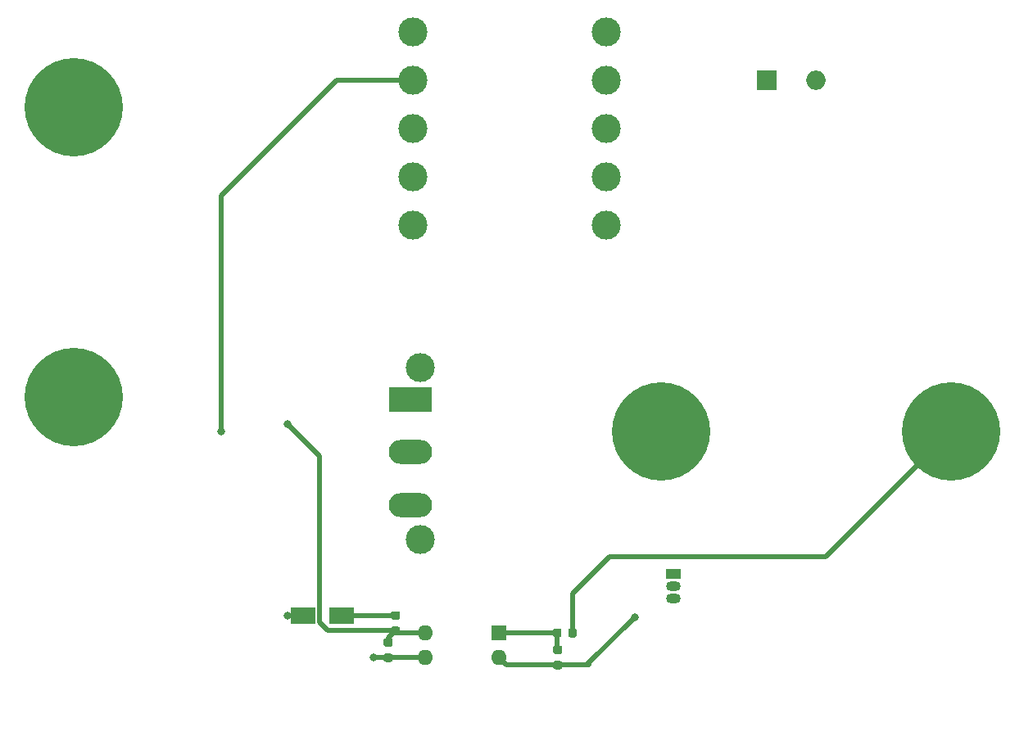
<source format=gbr>
%TF.GenerationSoftware,KiCad,Pcbnew,(5.1.6)-1*%
%TF.CreationDate,2020-06-23T23:46:23+03:00*%
%TF.ProjectId,flyback,666c7962-6163-46b2-9e6b-696361645f70,rev?*%
%TF.SameCoordinates,Original*%
%TF.FileFunction,Copper,L2,Bot*%
%TF.FilePolarity,Positive*%
%FSLAX46Y46*%
G04 Gerber Fmt 4.6, Leading zero omitted, Abs format (unit mm)*
G04 Created by KiCad (PCBNEW (5.1.6)-1) date 2020-06-23 23:46:23*
%MOMM*%
%LPD*%
G01*
G04 APERTURE LIST*
%TA.AperFunction,ComponentPad*%
%ADD10C,3.000000*%
%TD*%
%TA.AperFunction,ComponentPad*%
%ADD11O,2.000000X2.000000*%
%TD*%
%TA.AperFunction,ComponentPad*%
%ADD12R,2.000000X2.000000*%
%TD*%
%TA.AperFunction,ComponentPad*%
%ADD13R,1.500000X1.050000*%
%TD*%
%TA.AperFunction,ComponentPad*%
%ADD14O,1.500000X1.050000*%
%TD*%
%TA.AperFunction,ComponentPad*%
%ADD15C,10.160000*%
%TD*%
%TA.AperFunction,SMDPad,CuDef*%
%ADD16R,2.500000X1.800000*%
%TD*%
%TA.AperFunction,ComponentPad*%
%ADD17O,1.600000X1.600000*%
%TD*%
%TA.AperFunction,ComponentPad*%
%ADD18R,1.600000X1.600000*%
%TD*%
%TA.AperFunction,ComponentPad*%
%ADD19O,4.500000X2.500000*%
%TD*%
%TA.AperFunction,ComponentPad*%
%ADD20R,4.500000X2.500000*%
%TD*%
%TA.AperFunction,ViaPad*%
%ADD21C,0.800000*%
%TD*%
%TA.AperFunction,Conductor*%
%ADD22C,0.500000*%
%TD*%
G04 APERTURE END LIST*
D10*
%TO.P,HS1,1*%
%TO.N,N/C*%
X192532000Y-84592000D03*
X192532000Y-66792000D03*
%TD*%
D11*
%TO.P,D5,2*%
%TO.N,/Vout+*%
X233426000Y-37084000D03*
D12*
%TO.P,D5,1*%
%TO.N,Net-(D5-Pad1)*%
X228346000Y-37084000D03*
%TD*%
D13*
%TO.P,U3,1*%
%TO.N,Net-(Cz1-Pad2)*%
X218694000Y-88138000D03*
D14*
%TO.P,U3,3*%
%TO.N,/OPTO-*%
X218694000Y-90678000D03*
%TO.P,U3,2*%
%TO.N,GND2*%
X218694000Y-89408000D03*
%TD*%
D15*
%TO.P,J1,2*%
%TO.N,GND2*%
X217424000Y-73406000D03*
%TO.P,J1,1*%
%TO.N,/Vout+*%
X247394000Y-73406000D03*
%TD*%
%TO.P,J2,2*%
%TO.N,GND*%
X156718000Y-69850000D03*
%TO.P,J2,1*%
%TO.N,+48V*%
X156718000Y-39880000D03*
%TD*%
%TO.P,Rvdd1,2*%
%TO.N,Net-(D3-Pad1)*%
%TA.AperFunction,SMDPad,CuDef*%
G36*
G01*
X190248250Y-92868000D02*
X189735750Y-92868000D01*
G75*
G02*
X189517000Y-92649250I0J218750D01*
G01*
X189517000Y-92211750D01*
G75*
G02*
X189735750Y-91993000I218750J0D01*
G01*
X190248250Y-91993000D01*
G75*
G02*
X190467000Y-92211750I0J-218750D01*
G01*
X190467000Y-92649250D01*
G75*
G02*
X190248250Y-92868000I-218750J0D01*
G01*
G37*
%TD.AperFunction*%
%TO.P,Rvdd1,1*%
%TO.N,Net-(Cext1-Pad1)*%
%TA.AperFunction,SMDPad,CuDef*%
G36*
G01*
X190248250Y-94443000D02*
X189735750Y-94443000D01*
G75*
G02*
X189517000Y-94224250I0J218750D01*
G01*
X189517000Y-93786750D01*
G75*
G02*
X189735750Y-93568000I218750J0D01*
G01*
X190248250Y-93568000D01*
G75*
G02*
X190467000Y-93786750I0J-218750D01*
G01*
X190467000Y-94224250D01*
G75*
G02*
X190248250Y-94443000I-218750J0D01*
G01*
G37*
%TD.AperFunction*%
%TD*%
%TO.P,RTL1,2*%
%TO.N,/OPTO+*%
%TA.AperFunction,SMDPad,CuDef*%
G36*
G01*
X207142500Y-93977750D02*
X207142500Y-94490250D01*
G75*
G02*
X206923750Y-94709000I-218750J0D01*
G01*
X206486250Y-94709000D01*
G75*
G02*
X206267500Y-94490250I0J218750D01*
G01*
X206267500Y-93977750D01*
G75*
G02*
X206486250Y-93759000I218750J0D01*
G01*
X206923750Y-93759000D01*
G75*
G02*
X207142500Y-93977750I0J-218750D01*
G01*
G37*
%TD.AperFunction*%
%TO.P,RTL1,1*%
%TO.N,/Vout+*%
%TA.AperFunction,SMDPad,CuDef*%
G36*
G01*
X208717500Y-93977750D02*
X208717500Y-94490250D01*
G75*
G02*
X208498750Y-94709000I-218750J0D01*
G01*
X208061250Y-94709000D01*
G75*
G02*
X207842500Y-94490250I0J218750D01*
G01*
X207842500Y-93977750D01*
G75*
G02*
X208061250Y-93759000I218750J0D01*
G01*
X208498750Y-93759000D01*
G75*
G02*
X208717500Y-93977750I0J-218750D01*
G01*
G37*
%TD.AperFunction*%
%TD*%
%TO.P,Ropt1,2*%
%TO.N,/OPTO-*%
%TA.AperFunction,SMDPad,CuDef*%
G36*
G01*
X206499750Y-97124000D02*
X207012250Y-97124000D01*
G75*
G02*
X207231000Y-97342750I0J-218750D01*
G01*
X207231000Y-97780250D01*
G75*
G02*
X207012250Y-97999000I-218750J0D01*
G01*
X206499750Y-97999000D01*
G75*
G02*
X206281000Y-97780250I0J218750D01*
G01*
X206281000Y-97342750D01*
G75*
G02*
X206499750Y-97124000I218750J0D01*
G01*
G37*
%TD.AperFunction*%
%TO.P,Ropt1,1*%
%TO.N,/OPTO+*%
%TA.AperFunction,SMDPad,CuDef*%
G36*
G01*
X206499750Y-95549000D02*
X207012250Y-95549000D01*
G75*
G02*
X207231000Y-95767750I0J-218750D01*
G01*
X207231000Y-96205250D01*
G75*
G02*
X207012250Y-96424000I-218750J0D01*
G01*
X206499750Y-96424000D01*
G75*
G02*
X206281000Y-96205250I0J218750D01*
G01*
X206281000Y-95767750D01*
G75*
G02*
X206499750Y-95549000I218750J0D01*
G01*
G37*
%TD.AperFunction*%
%TD*%
%TO.P,Cext1,2*%
%TO.N,Net-(CFB1-Pad1)*%
%TA.AperFunction,SMDPad,CuDef*%
G36*
G01*
X188973750Y-96362000D02*
X189486250Y-96362000D01*
G75*
G02*
X189705000Y-96580750I0J-218750D01*
G01*
X189705000Y-97018250D01*
G75*
G02*
X189486250Y-97237000I-218750J0D01*
G01*
X188973750Y-97237000D01*
G75*
G02*
X188755000Y-97018250I0J218750D01*
G01*
X188755000Y-96580750D01*
G75*
G02*
X188973750Y-96362000I218750J0D01*
G01*
G37*
%TD.AperFunction*%
%TO.P,Cext1,1*%
%TO.N,Net-(Cext1-Pad1)*%
%TA.AperFunction,SMDPad,CuDef*%
G36*
G01*
X188973750Y-94787000D02*
X189486250Y-94787000D01*
G75*
G02*
X189705000Y-95005750I0J-218750D01*
G01*
X189705000Y-95443250D01*
G75*
G02*
X189486250Y-95662000I-218750J0D01*
G01*
X188973750Y-95662000D01*
G75*
G02*
X188755000Y-95443250I0J218750D01*
G01*
X188755000Y-95005750D01*
G75*
G02*
X188973750Y-94787000I218750J0D01*
G01*
G37*
%TD.AperFunction*%
%TD*%
D16*
%TO.P,D3,2*%
%TO.N,Net-(D3-Pad2)*%
X180404000Y-92456000D03*
%TO.P,D3,1*%
%TO.N,Net-(D3-Pad1)*%
X184404000Y-92456000D03*
%TD*%
D10*
%TO.P,T1,10*%
%TO.N,N/C*%
X211770000Y-52070000D03*
%TO.P,T1,9*%
X211770000Y-47070000D03*
%TO.P,T1,4*%
%TO.N,GND2*%
X211770000Y-42070000D03*
%TO.P,T1,3*%
%TO.N,Net-(D5-Pad1)*%
X211770000Y-37070000D03*
%TO.P,T1,7*%
%TO.N,N/C*%
X211770000Y-32070000D03*
%TO.P,T1,8*%
X191770000Y-32070000D03*
%TO.P,T1,5*%
%TO.N,Net-(D3-Pad2)*%
X191770000Y-37070000D03*
%TO.P,T1,6*%
%TO.N,GND*%
X191770000Y-42070000D03*
%TO.P,T1,1*%
%TO.N,+48V*%
X191770000Y-47070000D03*
%TO.P,T1,2*%
%TO.N,Net-(D1-Pad2)*%
X191770000Y-52070000D03*
%TD*%
D17*
%TO.P,U1,4*%
%TO.N,Net-(Cext1-Pad1)*%
X193040000Y-94234000D03*
%TO.P,U1,2*%
%TO.N,/OPTO-*%
X200660000Y-96774000D03*
%TO.P,U1,3*%
%TO.N,Net-(CFB1-Pad1)*%
X193040000Y-96774000D03*
D18*
%TO.P,U1,1*%
%TO.N,/OPTO+*%
X200660000Y-94234000D03*
%TD*%
D19*
%TO.P,M1,3*%
%TO.N,Net-(M1-Pad3)*%
X191516000Y-81004000D03*
%TO.P,M1,2*%
%TO.N,Net-(M1-Pad2)*%
X191516000Y-75554000D03*
D20*
%TO.P,M1,1*%
%TO.N,Net-(D1-Pad2)*%
X191516000Y-70104000D03*
%TD*%
D21*
%TO.N,Net-(CFB1-Pad1)*%
X187731500Y-96799500D03*
%TO.N,Net-(Cext1-Pad1)*%
X178816000Y-72644000D03*
%TO.N,/OPTO-*%
X214757000Y-92583000D03*
%TO.N,Net-(D3-Pad2)*%
X178816000Y-92456000D03*
X171969500Y-73417500D03*
%TD*%
D22*
%TO.N,Net-(CFB1-Pad1)*%
X189255500Y-96774000D02*
X189230000Y-96799500D01*
X193040000Y-96774000D02*
X191262000Y-96774000D01*
X191262000Y-96774000D02*
X189255500Y-96774000D01*
X189230000Y-96799500D02*
X187731500Y-96799500D01*
X187731500Y-96799500D02*
X187731500Y-96799500D01*
%TO.N,Net-(Cext1-Pad1)*%
X189230000Y-94767500D02*
X189992000Y-94005500D01*
X189230000Y-95224500D02*
X189230000Y-94767500D01*
X190220500Y-94234000D02*
X189992000Y-94005500D01*
X193040000Y-94234000D02*
X190220500Y-94234000D01*
X189992000Y-94005500D02*
X182993498Y-94005500D01*
X182993498Y-94005500D02*
X182104001Y-93116003D01*
X182104001Y-75932001D02*
X178816000Y-72644000D01*
X178816000Y-72644000D02*
X178816000Y-72644000D01*
X182104001Y-93116003D02*
X182104001Y-88632001D01*
X182104001Y-89052003D02*
X182104001Y-88632001D01*
X182104001Y-88632001D02*
X182104001Y-75932001D01*
%TO.N,/Vout+*%
X247394000Y-73406000D02*
X234440000Y-86360000D01*
X212090000Y-86360000D02*
X208280000Y-90170000D01*
X234440000Y-86360000D02*
X212090000Y-86360000D01*
X208280000Y-90170000D02*
X208280000Y-94234000D01*
%TO.N,/OPTO-*%
X201447500Y-97561500D02*
X200660000Y-96774000D01*
X206756000Y-97536000D02*
X201447500Y-97536000D01*
X214757000Y-92583000D02*
X209778500Y-97561500D01*
X209778500Y-97561500D02*
X209575500Y-97561500D01*
X206756000Y-97561500D02*
X209575500Y-97561500D01*
X209575500Y-97561500D02*
X210032500Y-97561500D01*
%TO.N,/OPTO+*%
X206705000Y-95935500D02*
X206756000Y-95986500D01*
X206705000Y-94234000D02*
X206705000Y-95935500D01*
X206705000Y-94234000D02*
X200660000Y-94234000D01*
%TO.N,Net-(D3-Pad2)*%
X180404000Y-92456000D02*
X178816000Y-92456000D01*
X178816000Y-92456000D02*
X178816000Y-92456000D01*
X171969500Y-48984498D02*
X183883998Y-37070000D01*
X183883998Y-37070000D02*
X191770000Y-37070000D01*
X171969500Y-73417500D02*
X171969500Y-48984498D01*
%TO.N,Net-(D3-Pad1)*%
X189966500Y-92456000D02*
X189992000Y-92430500D01*
X184404000Y-92456000D02*
X189966500Y-92456000D01*
%TD*%
M02*

</source>
